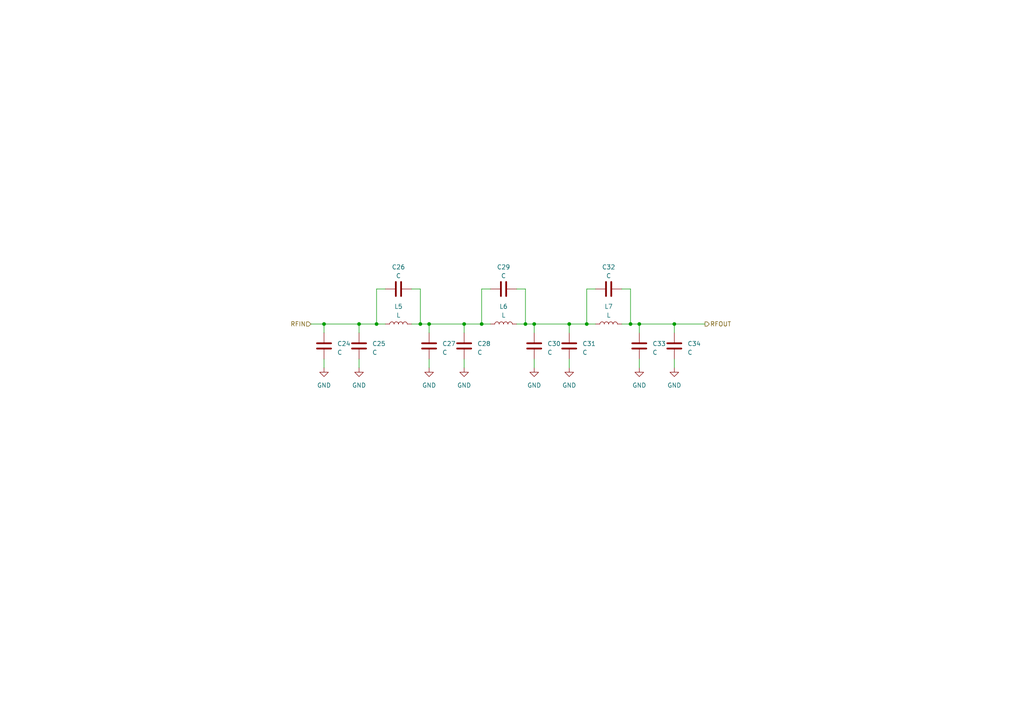
<source format=kicad_sch>
(kicad_sch (version 20210406) (generator eeschema)
  (paper "A4")
  (lib_symbols
    (symbol "Device:C" (pin_numbers hide) (pin_names (offset 0.254))
      (property "Reference" "C" (at 0.635 2.54 0))
      (property "Value" "C" (at 0.635 -2.54 0))
      (symbol "C_0_1"
        (polyline (pts (xy -2.032 -0.762) (xy 2.032 -0.762)) (stroke (width 0.508)))
        (polyline (pts (xy -2.032 0.762) (xy 2.032 0.762)) (stroke (width 0.508)))
      )
      (symbol "C_1_1"
        (pin passive line (at 0 3.81 270) (length 2.794) (name "~") (number "1"))
        (pin passive line (at 0 -3.81 90) (length 2.794) (name "~") (number "2"))
      )
    )
    (symbol "Device:L" (pin_numbers hide) (pin_names (offset 1.016) hide)
      (property "Reference" "L" (at -1.27 0 90))
      (property "Value" "L" (at 1.905 0 90))
      (symbol "L_0_1"
        (arc (start 0 -2.54) (end 0 -1.27) (radius (at 0 -1.905) (length 0.635) (angles -89.9 89.9)))
        (arc (start 0 -1.27) (end 0 0) (radius (at 0 -0.635) (length 0.635) (angles -89.9 89.9)))
        (arc (start 0 0) (end 0 1.27) (radius (at 0 0.635) (length 0.635) (angles -89.9 89.9)))
        (arc (start 0 1.27) (end 0 2.54) (radius (at 0 1.905) (length 0.635) (angles -89.9 89.9)))
      )
      (symbol "L_1_1"
        (pin passive line (at 0 3.81 270) (length 1.27) (name "1") (number "1"))
        (pin passive line (at 0 -3.81 90) (length 1.27) (name "2") (number "2"))
      )
    )
    (symbol "power:GND" (power) (pin_names (offset 0))
      (property "Value" "GND" (at 0 -3.81 0))
      (symbol "GND_0_1"
        (polyline (pts (xy 0 0) (xy 0 -1.27) (xy 1.27 -1.27) (xy 0 -2.54) (xy -1.27 -1.27) (xy 0 -1.27)))
      )
      (symbol "GND_1_1"
        (pin power_in line (at 0 0 270) (length 0) hide (name "GND") (number "1"))
      )
    )
  )
  (junction (at 93.98 93.98) (diameter 0.9144))
  (junction (at 104.14 93.98) (diameter 0.9144))
  (junction (at 109.22 93.98) (diameter 0.9144))
  (junction (at 121.92 93.98) (diameter 0.9144))
  (junction (at 124.46 93.98) (diameter 0.9144))
  (junction (at 134.62 93.98) (diameter 0.9144))
  (junction (at 139.7 93.98) (diameter 0.9144))
  (junction (at 152.4 93.98) (diameter 0.9144))
  (junction (at 154.94 93.98) (diameter 0.9144))
  (junction (at 165.1 93.98) (diameter 0.9144))
  (junction (at 170.18 93.98) (diameter 0.9144))
  (junction (at 182.88 93.98) (diameter 0.9144))
  (junction (at 185.42 93.98) (diameter 0.9144))
  (junction (at 195.58 93.98) (diameter 0.9144))
  (wire (pts (xy 90.17 93.98) (xy 93.98 93.98)))
  (wire (pts (xy 93.98 93.98) (xy 93.98 96.52)))
  (wire (pts (xy 93.98 104.14) (xy 93.98 106.68)))
  (wire (pts (xy 104.14 93.98) (xy 93.98 93.98)))
  (wire (pts (xy 104.14 93.98) (xy 104.14 96.52)))
  (wire (pts (xy 104.14 104.14) (xy 104.14 106.68)))
  (wire (pts (xy 109.22 83.82) (xy 109.22 93.98)))
  (wire (pts (xy 109.22 93.98) (xy 104.14 93.98)))
  (wire (pts (xy 111.76 83.82) (xy 109.22 83.82)))
  (wire (pts (xy 111.76 93.98) (xy 109.22 93.98)))
  (wire (pts (xy 119.38 83.82) (xy 121.92 83.82)))
  (wire (pts (xy 121.92 83.82) (xy 121.92 93.98)))
  (wire (pts (xy 121.92 93.98) (xy 119.38 93.98)))
  (wire (pts (xy 121.92 93.98) (xy 124.46 93.98)))
  (wire (pts (xy 124.46 93.98) (xy 124.46 96.52)))
  (wire (pts (xy 124.46 93.98) (xy 134.62 93.98)))
  (wire (pts (xy 124.46 104.14) (xy 124.46 106.68)))
  (wire (pts (xy 134.62 93.98) (xy 134.62 96.52)))
  (wire (pts (xy 134.62 104.14) (xy 134.62 106.68)))
  (wire (pts (xy 139.7 83.82) (xy 139.7 93.98)))
  (wire (pts (xy 139.7 93.98) (xy 134.62 93.98)))
  (wire (pts (xy 142.24 83.82) (xy 139.7 83.82)))
  (wire (pts (xy 142.24 93.98) (xy 139.7 93.98)))
  (wire (pts (xy 149.86 83.82) (xy 152.4 83.82)))
  (wire (pts (xy 152.4 83.82) (xy 152.4 93.98)))
  (wire (pts (xy 152.4 93.98) (xy 149.86 93.98)))
  (wire (pts (xy 152.4 93.98) (xy 154.94 93.98)))
  (wire (pts (xy 154.94 93.98) (xy 154.94 96.52)))
  (wire (pts (xy 154.94 104.14) (xy 154.94 106.68)))
  (wire (pts (xy 165.1 93.98) (xy 154.94 93.98)))
  (wire (pts (xy 165.1 93.98) (xy 165.1 96.52)))
  (wire (pts (xy 165.1 104.14) (xy 165.1 106.68)))
  (wire (pts (xy 170.18 83.82) (xy 170.18 93.98)))
  (wire (pts (xy 170.18 93.98) (xy 165.1 93.98)))
  (wire (pts (xy 172.72 83.82) (xy 170.18 83.82)))
  (wire (pts (xy 172.72 93.98) (xy 170.18 93.98)))
  (wire (pts (xy 180.34 83.82) (xy 182.88 83.82)))
  (wire (pts (xy 182.88 83.82) (xy 182.88 93.98)))
  (wire (pts (xy 182.88 93.98) (xy 180.34 93.98)))
  (wire (pts (xy 182.88 93.98) (xy 185.42 93.98)))
  (wire (pts (xy 185.42 93.98) (xy 185.42 96.52)))
  (wire (pts (xy 185.42 93.98) (xy 195.58 93.98)))
  (wire (pts (xy 185.42 104.14) (xy 185.42 106.68)))
  (wire (pts (xy 195.58 93.98) (xy 195.58 96.52)))
  (wire (pts (xy 195.58 93.98) (xy 204.47 93.98)))
  (wire (pts (xy 195.58 104.14) (xy 195.58 106.68)))
  (hierarchical_label "RFIN" (shape input) (at 90.17 93.98 180))
  (hierarchical_label "RFOUT" (shape output) (at 204.47 93.98 0))
  (symbol (lib_id "power:GND") (at 93.98 106.68 0) (unit 1)
    (property "Reference" "#PWR035" (effects hide))
    (property "Value" "GND" (at 93.98 111.76 0))
  )
  (symbol (lib_id "power:GND") (at 104.14 106.68 0) (unit 1)
    (property "Reference" "#PWR036" (effects hide))
    (property "Value" "GND" (at 104.14 111.76 0))
  )
  (symbol (lib_id "power:GND") (at 124.46 106.68 0) (unit 1)
    (property "Reference" "#PWR037" (effects hide))
    (property "Value" "GND" (at 124.46 111.76 0))
  )
  (symbol (lib_id "power:GND") (at 134.62 106.68 0) (unit 1)
    (property "Reference" "#PWR038" (effects hide))
    (property "Value" "GND" (at 134.62 111.76 0))
  )
  (symbol (lib_id "power:GND") (at 154.94 106.68 0) (unit 1)
    (property "Reference" "#PWR039" (effects hide))
    (property "Value" "GND" (at 154.94 111.76 0))
  )
  (symbol (lib_id "power:GND") (at 165.1 106.68 0) (unit 1)
    (property "Reference" "#PWR040" (effects hide))
    (property "Value" "GND" (at 165.1 111.76 0))
  )
  (symbol (lib_id "power:GND") (at 185.42 106.68 0) (unit 1)
    (property "Reference" "#PWR041" (effects hide))
    (property "Value" "GND" (at 185.42 111.76 0))
  )
  (symbol (lib_id "power:GND") (at 195.58 106.68 0) (unit 1)
    (property "Reference" "#PWR042" (effects hide))
    (property "Value" "GND" (at 195.58 111.76 0))
  )
  (symbol (lib_id "Device:L") (at 115.57 93.98 90) (unit 1)
    (property "Reference" "L5" (at 115.57 88.9 90))
    (property "Value" "L" (at 115.57 91.44 90))
    (property "Footprint" "Inductor_SMD:L_0603_1608Metric" (effects hide))
  )
  (symbol (lib_id "Device:L") (at 146.05 93.98 90) (unit 1)
    (property "Reference" "L6" (at 146.05 88.9 90))
    (property "Value" "L" (at 146.05 91.44 90))
    (property "Footprint" "Inductor_SMD:L_0603_1608Metric" (effects hide))
  )
  (symbol (lib_id "Device:L") (at 176.53 93.98 90) (unit 1)
    (property "Reference" "L7" (at 176.53 88.9 90))
    (property "Value" "L" (at 176.53 91.44 90))
    (property "Footprint" "Inductor_SMD:L_0603_1608Metric" (effects hide))
  )
  (symbol (lib_id "Device:C") (at 93.98 100.33 0) (unit 1)
    (property "Reference" "C24" (at 97.79 99.6949 0) (effects (justify left)))
    (property "Value" "C" (at 97.79 102.2349 0) (effects (justify left)))
    (property "Footprint" "Capacitor_SMD:C_0402_1005Metric" (effects hide))
  )
  (symbol (lib_id "Device:C") (at 104.14 100.33 0) (unit 1)
    (property "Reference" "C25" (at 107.95 99.6949 0) (effects (justify left)))
    (property "Value" "C" (at 107.95 102.2349 0) (effects (justify left)))
    (property "Footprint" "Capacitor_SMD:C_0402_1005Metric" (effects hide))
  )
  (symbol (lib_id "Device:C") (at 115.57 83.82 90) (unit 1)
    (property "Reference" "C26" (at 115.57 77.47 90))
    (property "Value" "C" (at 115.57 80.01 90))
    (property "Footprint" "Capacitor_SMD:C_0402_1005Metric" (effects hide))
  )
  (symbol (lib_id "Device:C") (at 124.46 100.33 0) (unit 1)
    (property "Reference" "C27" (at 128.27 99.6949 0) (effects (justify left)))
    (property "Value" "C" (at 128.27 102.2349 0) (effects (justify left)))
    (property "Footprint" "Capacitor_SMD:C_0402_1005Metric" (effects hide))
  )
  (symbol (lib_id "Device:C") (at 134.62 100.33 0) (unit 1)
    (property "Reference" "C28" (at 138.43 99.6949 0) (effects (justify left)))
    (property "Value" "C" (at 138.43 102.2349 0) (effects (justify left)))
    (property "Footprint" "Capacitor_SMD:C_0402_1005Metric" (effects hide))
  )
  (symbol (lib_id "Device:C") (at 146.05 83.82 90) (unit 1)
    (property "Reference" "C29" (at 146.05 77.47 90))
    (property "Value" "C" (at 146.05 80.01 90))
    (property "Footprint" "Capacitor_SMD:C_0402_1005Metric" (effects hide))
  )
  (symbol (lib_id "Device:C") (at 154.94 100.33 0) (unit 1)
    (property "Reference" "C30" (at 158.75 99.6949 0) (effects (justify left)))
    (property "Value" "C" (at 158.75 102.2349 0) (effects (justify left)))
    (property "Footprint" "Capacitor_SMD:C_0402_1005Metric" (effects hide))
  )
  (symbol (lib_id "Device:C") (at 165.1 100.33 0) (unit 1)
    (property "Reference" "C31" (at 168.91 99.6949 0) (effects (justify left)))
    (property "Value" "C" (at 168.91 102.2349 0) (effects (justify left)))
    (property "Footprint" "Capacitor_SMD:C_0402_1005Metric" (effects hide))
  )
  (symbol (lib_id "Device:C") (at 176.53 83.82 90) (unit 1)
    (property "Reference" "C32" (at 176.53 77.47 90))
    (property "Value" "C" (at 176.53 80.01 90))
    (property "Footprint" "Capacitor_SMD:C_0402_1005Metric" (effects hide))
  )
  (symbol (lib_id "Device:C") (at 185.42 100.33 0) (unit 1)
    (property "Reference" "C33" (at 189.23 99.6949 0) (effects (justify left)))
    (property "Value" "C" (at 189.23 102.2349 0) (effects (justify left)))
    (property "Footprint" "Capacitor_SMD:C_0402_1005Metric" (effects hide))
  )
  (symbol (lib_id "Device:C") (at 195.58 100.33 0) (unit 1)
    (property "Reference" "C34" (at 199.39 99.6949 0) (effects (justify left)))
    (property "Value" "C" (at 199.39 102.2349 0) (effects (justify left)))
    (property "Footprint" "Capacitor_SMD:C_0402_1005Metric" (effects hide))
  )
)
</source>
